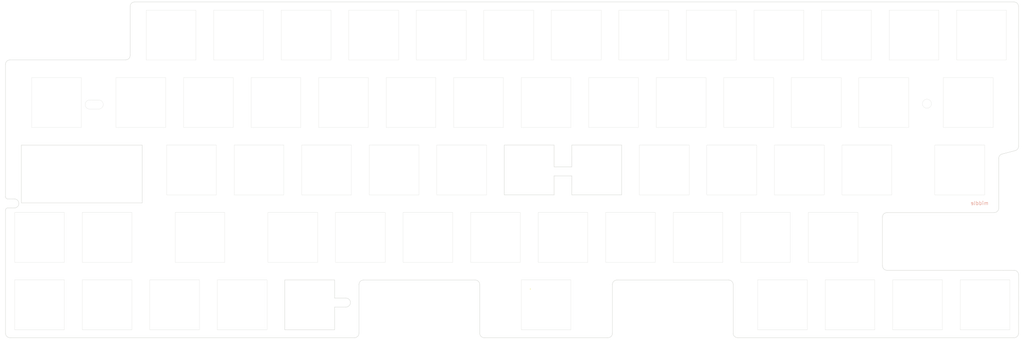
<source format=kicad_pcb>
(kicad_pcb (version 20240108) (generator "pcbnew") (generator_version "8.0")
  (title_block (title "Order66") (date "2023-12-29") (rev "1.0") (company "Toms"))
  (layers (0 "F.Cu" signal) (31 "B.Cu" signal) (34 "B.Paste" user) (35 "F.Paste" user) (36 "B.SilkS" user "B.Silkscreen") (37 "F.SilkS" user "F.Silkscreen") (38 "B.Mask" user) (39 "F.Mask" user) (44 "Edge.Cuts" user))
  (net 0 "")
  (footprint "plate:PKRH" (layer "F.Cu") (at 89.95 124.65)
    (property "Reference" "HOLE" (hide yes))
    (property "Value" "VAL**" (hide yes))
    (fp_line (start -1.27 1.27) (end 1.27 1.27) (stroke (width 0.05)) (layer "Edge.Cuts"))
    (fp_line (start 1.27 -1.27) (end -1.27 -1.27) (stroke (width 0.05)) (layer "Edge.Cuts"))
    (fp_arc (start -1.27 1.27) (mid -2.54 0) (end -1.27 -1.27) (stroke (width 0.05)) (layer "Edge.Cuts"))
    (fp_arc (start 1.27 -1.27) (mid 2.54 0) (end 1.27 1.27) (stroke (width 0.05)) (layer "Edge.Cuts"))
  )
  (footprint "plate:PKRHC" (layer "F.Cu") (at 324.23 124.4262)
    (property "Reference" "HOLE" (hide yes))
    (property "Value" "VAL**" (hide yes))
    (fp_circle (center 0 0) (end 0 -1.27) (stroke (width 0.05)) (fill none) (layer "Edge.Cuts"))
  )
  (footprint "plate:CherryMX_Choc_V2_1u" (layer "B.Cu") (at 339.58 105.0862)
    (property "Reference" "SW1" (hide yes))
    (property "Value" "SW_Push" (hide yes))
    (fp_line (start -7 -7) (end 7 -7) (stroke (width 0.05)) (layer "Edge.Cuts"))
    (fp_line (start -7 7) (end -7 -7) (stroke (width 0.05)) (layer "Edge.Cuts"))
    (fp_line (start 7 -7) (end 7 7) (stroke (width 0.05)) (layer "Edge.Cuts"))
    (fp_line (start 7 7) (end -7 7) (stroke (width 0.05)) (layer "Edge.Cuts"))
  )
  (footprint "plate:CherryMX_Choc_V2_1u" (layer "B.Cu") (at 320.58 105.0862 180)
    (property "Reference" "SW2" (hide yes))
    (property "Value" "SW_Push" (hide yes))
    (fp_line (start 7 7) (end -7 7) (stroke (width 0.05)) (layer "Edge.Cuts"))
    (fp_line (start 7 -7) (end 7 7) (stroke (width 0.05)) (layer "Edge.Cuts"))
    (fp_line (start -7 7) (end -7 -7) (stroke (width 0.05)) (layer "Edge.Cuts"))
    (fp_line (start -7 -7) (end 7 -7) (stroke (width 0.05)) (layer "Edge.Cuts"))
  )
  (footprint "plate:CherryMX_Choc_V2_1u" (layer "B.Cu") (at 301.58 105.0862 180)
    (property "Reference" "SW3" (hide yes))
    (property "Value" "SW_Push" (hide yes))
    (fp_line (start 7 7) (end -7 7) (stroke (width 0.05)) (layer "Edge.Cuts"))
    (fp_line (start 7 -7) (end 7 7) (stroke (width 0.05)) (layer "Edge.Cuts"))
    (fp_line (start -7 7) (end -7 -7) (stroke (width 0.05)) (layer "Edge.Cuts"))
    (fp_line (start -7 -7) (end 7 -7) (stroke (width 0.05)) (layer "Edge.Cuts"))
  )
  (footprint "plate:CherryMX_Choc_V2_1u" (layer "B.Cu") (at 282.58 105.0862 180)
    (property "Reference" "SW4" (hide yes))
    (property "Value" "SW_Push" (hide yes))
    (fp_line (start 7 7) (end -7 7) (stroke (width 0.05)) (layer "Edge.Cuts"))
    (fp_line (start 7 -7) (end 7 7) (stroke (width 0.05)) (layer "Edge.Cuts"))
    (fp_line (start -7 7) (end -7 -7) (stroke (width 0.05)) (layer "Edge.Cuts"))
    (fp_line (start -7 -7) (end 7 -7) (stroke (width 0.05)) (layer "Edge.Cuts"))
  )
  (footprint "plate:CherryMX_Choc_V2_1u" (layer "B.Cu") (at 263.58 105.0932 180)
    (property "Reference" "SW5" (hide yes))
    (property "Value" "SW_Push" (hide yes))
    (fp_line (start 7 7) (end -7 7) (stroke (width 0.05)) (layer "Edge.Cuts"))
    (fp_line (start 7 -7) (end 7 7) (stroke (width 0.05)) (layer "Edge.Cuts"))
    (fp_line (start -7 7) (end -7 -7) (stroke (width 0.05)) (layer "Edge.Cuts"))
    (fp_line (start -7 -7) (end 7 -7) (stroke (width 0.05)) (layer "Edge.Cuts"))
  )
  (footprint "plate:CherryMX_Choc_V2_1u" (layer "B.Cu") (at 244.58 105.0862 180)
    (property "Reference" "SW6" (hide yes))
    (property "Value" "SW_Push" (hide yes))
    (fp_line (start 7 7) (end -7 7) (stroke (width 0.05)) (layer "Edge.Cuts"))
    (fp_line (start 7 -7) (end 7 7) (stroke (width 0.05)) (layer "Edge.Cuts"))
    (fp_line (start -7 7) (end -7 -7) (stroke (width 0.05)) (layer "Edge.Cuts"))
    (fp_line (start -7 -7) (end 7 -7) (stroke (width 0.05)) (layer "Edge.Cuts"))
  )
  (footprint "plate:CherryMX_Choc_V2_1u" (layer "B.Cu") (at 225.58 105.0862 180)
    (property "Reference" "SW7" (hide yes))
    (property "Value" "SW_Push" (hide yes))
    (fp_line (start 7 7) (end -7 7) (stroke (width 0.05)) (layer "Edge.Cuts"))
    (fp_line (start 7 -7) (end 7 7) (stroke (width 0.05)) (layer "Edge.Cuts"))
    (fp_line (start -7 7) (end -7 -7) (stroke (width 0.05)) (layer "Edge.Cuts"))
    (fp_line (start -7 -7) (end 7 -7) (stroke (width 0.05)) (layer "Edge.Cuts"))
  )
  (footprint "plate:CherryMX_Choc_V2_1u" (layer "B.Cu") (at 206.58 105.0862 180)
    (property "Reference" "SW8" (hide yes))
    (property "Value" "SW_Push" (hide yes))
    (fp_line (start 7 7) (end -7 7) (stroke (width 0.05)) (layer "Edge.Cuts"))
    (fp_line (start 7 -7) (end 7 7) (stroke (width 0.05)) (layer "Edge.Cuts"))
    (fp_line (start -7 7) (end -7 -7) (stroke (width 0.05)) (layer "Edge.Cuts"))
    (fp_line (start -7 -7) (end 7 -7) (stroke (width 0.05)) (layer "Edge.Cuts"))
  )
  (footprint "plate:CherryMX_Choc_V2_1u" (layer "B.Cu") (at 187.58 105.0862 180)
    (property "Reference" "SW9" (hide yes))
    (property "Value" "SW_Push" (hide yes))
    (fp_line (start 7 7) (end -7 7) (stroke (width 0.05)) (layer "Edge.Cuts"))
    (fp_line (start 7 -7) (end 7 7) (stroke (width 0.05)) (layer "Edge.Cuts"))
    (fp_line (start -7 7) (end -7 -7) (stroke (width 0.05)) (layer "Edge.Cuts"))
    (fp_line (start -7 -7) (end 7 -7) (stroke (width 0.05)) (layer "Edge.Cuts"))
  )
  (footprint "plate:CherryMX_Choc_V2_1u" (layer "B.Cu") (at 168.58 105.0862 180)
    (property "Reference" "SW10" (hide yes))
    (property "Value" "SW_Push" (hide yes))
    (fp_line (start 7 7) (end -7 7) (stroke (width 0.05)) (layer "Edge.Cuts"))
    (fp_line (start 7 -7) (end 7 7) (stroke (width 0.05)) (layer "Edge.Cuts"))
    (fp_line (start -7 7) (end -7 -7) (stroke (width 0.05)) (layer "Edge.Cuts"))
    (fp_line (start -7 -7) (end 7 -7) (stroke (width 0.05)) (layer "Edge.Cuts"))
  )
  (footprint "plate:CherryMX_Choc_V2_1u" (layer "B.Cu") (at 149.58 105.0862 180)
    (property "Reference" "SW11" (hide yes))
    (property "Value" "SW_Push" (hide yes))
    (fp_line (start 7 7) (end -7 7) (stroke (width 0.05)) (layer "Edge.Cuts"))
    (fp_line (start 7 -7) (end 7 7) (stroke (width 0.05)) (layer "Edge.Cuts"))
    (fp_line (start -7 7) (end -7 -7) (stroke (width 0.05)) (layer "Edge.Cuts"))
    (fp_line (start -7 -7) (end 7 -7) (stroke (width 0.05)) (layer "Edge.Cuts"))
  )
  (footprint "plate:CherryMX_Choc_V2_1u" (layer "B.Cu") (at 130.58 105.0862 180)
    (property "Reference" "SW12" (hide yes))
    (property "Value" "SW_Push" (hide yes))
    (fp_line (start 7 7) (end -7 7) (stroke (width 0.05)) (layer "Edge.Cuts"))
    (fp_line (start 7 -7) (end 7 7) (stroke (width 0.05)) (layer "Edge.Cuts"))
    (fp_line (start -7 7) (end -7 -7) (stroke (width 0.05)) (layer "Edge.Cuts"))
    (fp_line (start -7 -7) (end 7 -7) (stroke (width 0.05)) (layer "Edge.Cuts"))
  )
  (footprint "plate:CherryMX_Choc_V2_1u" (layer "B.Cu") (at 111.58 105.0862 180)
    (property "Reference" "SW13" (hide yes))
    (property "Value" "SW_Push" (hide yes))
    (fp_line (start 7 7) (end -7 7) (stroke (width 0.05)) (layer "Edge.Cuts"))
    (fp_line (start 7 -7) (end 7 7) (stroke (width 0.05)) (layer "Edge.Cuts"))
    (fp_line (start -7 7) (end -7 -7) (stroke (width 0.05)) (layer "Edge.Cuts"))
    (fp_line (start -7 -7) (end 7 -7) (stroke (width 0.05)) (layer "Edge.Cuts"))
  )
  (footprint "plate:CherryMX_Choc_V2_1u" (layer "B.Cu") (at 335.83 124.0862 180)
    (property "Reference" "SW15" (hide yes))
    (property "Value" "SW_Push" (hide yes))
    (fp_line (start 7 7) (end -7 7) (stroke (width 0.05)) (layer "Edge.Cuts"))
    (fp_line (start 7 -7) (end 7 7) (stroke (width 0.05)) (layer "Edge.Cuts"))
    (fp_line (start -7 7) (end -7 -7) (stroke (width 0.05)) (layer "Edge.Cuts"))
    (fp_line (start -7 -7) (end 7 -7) (stroke (width 0.05)) (layer "Edge.Cuts"))
  )
  (footprint "plate:CherryMX_Choc_V2_1u" (layer "B.Cu") (at 312.08 124.0862 180)
    (property "Reference" "SW16" (hide yes))
    (property "Value" "SW_Push" (hide yes))
    (fp_line (start 7 7) (end -7 7) (stroke (width 0.05)) (layer "Edge.Cuts"))
    (fp_line (start 7 -7) (end 7 7) (stroke (width 0.05)) (layer "Edge.Cuts"))
    (fp_line (start -7 7) (end -7 -7) (stroke (width 0.05)) (layer "Edge.Cuts"))
    (fp_line (start -7 -7) (end 7 -7) (stroke (width 0.05)) (layer "Edge.Cuts"))
  )
  (footprint "plate:CherryMX_Choc_V2_1u" (layer "B.Cu") (at 293.08 124.0862 180)
    (property "Reference" "SW17" (hide yes))
    (property "Value" "SW_Push" (hide yes))
    (fp_line (start 7 7) (end -7 7) (stroke (width 0.05)) (layer "Edge.Cuts"))
    (fp_line (start 7 -7) (end 7 7) (stroke (width 0.05)) (layer "Edge.Cuts"))
    (fp_line (start -7 7) (end -7 -7) (stroke (width 0.05)) (layer "Edge.Cuts"))
    (fp_line (start -7 -7) (end 7 -7) (stroke (width 0.05)) (layer "Edge.Cuts"))
  )
  (footprint "plate:CherryMX_Choc_V2_1u" (layer "B.Cu") (at 274.08 124.0862 180)
    (property "Reference" "SW18" (hide yes))
    (property "Value" "SW_Push" (hide yes))
    (fp_line (start 7 7) (end -7 7) (stroke (width 0.05)) (layer "Edge.Cuts"))
    (fp_line (start 7 -7) (end 7 7) (stroke (width 0.05)) (layer "Edge.Cuts"))
    (fp_line (start -7 7) (end -7 -7) (stroke (width 0.05)) (layer "Edge.Cuts"))
    (fp_line (start -7 -7) (end 7 -7) (stroke (width 0.05)) (layer "Edge.Cuts"))
  )
  (footprint "plate:CherryMX_Choc_V2_1u" (layer "B.Cu") (at 255.08 124.0862 180)
    (property "Reference" "SW19" (hide yes))
    (property "Value" "SW_Push" (hide yes))
    (fp_line (start 7 7) (end -7 7) (stroke (width 0.05)) (layer "Edge.Cuts"))
    (fp_line (start 7 -7) (end 7 7) (stroke (width 0.05)) (layer "Edge.Cuts"))
    (fp_line (start -7 7) (end -7 -7) (stroke (width 0.05)) (layer "Edge.Cuts"))
    (fp_line (start -7 -7) (end 7 -7) (stroke (width 0.05)) (layer "Edge.Cuts"))
  )
  (footprint "plate:CherryMX_Choc_V2_1u" (layer "B.Cu") (at 236.08 124.0862 180)
    (property "Reference" "SW20" (hide yes))
    (property "Value" "SW_Push" (hide yes))
    (fp_line (start 7 7) (end -7 7) (stroke (width 0.05)) (layer "Edge.Cuts"))
    (fp_line (start 7 -7) (end 7 7) (stroke (width 0.05)) (layer "Edge.Cuts"))
    (fp_line (start -7 7) (end -7 -7) (stroke (width 0.05)) (layer "Edge.Cuts"))
    (fp_line (start -7 -7) (end 7 -7) (stroke (width 0.05)) (layer "Edge.Cuts"))
  )
  (footprint "plate:CherryMX_Choc_V2_1u" (layer "B.Cu") (at 217.08 124.0862 180)
    (property "Reference" "SW21" (hide yes))
    (property "Value" "SW_Push" (hide yes))
    (fp_line (start 7 7) (end -7 7) (stroke (width 0.05)) (layer "Edge.Cuts"))
    (fp_line (start 7 -7) (end 7 7) (stroke (width 0.05)) (layer "Edge.Cuts"))
    (fp_line (start -7 7) (end -7 -7) (stroke (width 0.05)) (layer "Edge.Cuts"))
    (fp_line (start -7 -7) (end 7 -7) (stroke (width 0.05)) (layer "Edge.Cuts"))
  )
  (footprint "plate:CherryMX_Choc_V2_1u" (layer "B.Cu") (at 198.08 124.0862 180)
    (property "Reference" "SW22" (hide yes))
    (property "Value" "SW_Push" (hide yes))
    (fp_line (start 7 7) (end -7 7) (stroke (width 0.05)) (layer "Edge.Cuts"))
    (fp_line (start 7 -7) (end 7 7) (stroke (width 0.05)) (layer "Edge.Cuts"))
    (fp_line (start -7 7) (end -7 -7) (stroke (width 0.05)) (layer "Edge.Cuts"))
    (fp_line (start -7 -7) (end 7 -7) (stroke (width 0.05)) (layer "Edge.Cuts"))
  )
  (footprint "plate:CherryMX_Choc_V2_1u" (layer "B.Cu") (at 179.08 124.0862 180)
    (property "Reference" "SW23" (hide yes))
    (property "Value" "SW_Push" (hide yes))
    (fp_line (start 7 7) (end -7 7) (stroke (width 0.05)) (layer "Edge.Cuts"))
    (fp_line (start 7 -7) (end 7 7) (stroke (width 0.05)) (layer "Edge.Cuts"))
    (fp_line (start -7 7) (end -7 -7) (stroke (width 0.05)) (layer "Edge.Cuts"))
    (fp_line (start -7 -7) (end 7 -7) (stroke (width 0.05)) (layer "Edge.Cuts"))
  )
  (footprint "plate:CherryMX_Choc_V2_1u" (layer "B.Cu") (at 160.08 124.0862 180)
    (property "Reference" "SW24" (hide yes))
    (property "Value" "SW_Push" (hide yes))
    (fp_line (start 7 7) (end -7 7) (stroke (width 0.05)) (layer "Edge.Cuts"))
    (fp_line (start 7 -7) (end 7 7) (stroke (width 0.05)) (layer "Edge.Cuts"))
    (fp_line (start -7 7) (end -7 -7) (stroke (width 0.05)) (layer "Edge.Cuts"))
    (fp_line (start -7 -7) (end 7 -7) (stroke (width 0.05)) (layer "Edge.Cuts"))
  )
  (footprint "plate:CherryMX_Choc_V2_1u" (layer "B.Cu") (at 141.08 124.0862 180)
    (property "Reference" "SW25" (hide yes))
    (property "Value" "SW_Push" (hide yes))
    (fp_line (start 7 7) (end -7 7) (stroke (width 0.05)) (layer "Edge.Cuts"))
    (fp_line (start 7 -7) (end 7 7) (stroke (width 0.05)) (layer "Edge.Cuts"))
    (fp_line (start -7 7) (end -7 -7) (stroke (width 0.05)) (layer "Edge.Cuts"))
    (fp_line (start -7 -7) (end 7 -7) (stroke (width 0.05)) (layer "Edge.Cuts"))
  )
  (footprint "plate:CherryMX_Choc_V2_1u" (layer "B.Cu") (at 122.08 124.0862 180)
    (property "Reference" "SW26" (hide yes))
    (property "Value" "SW_Push" (hide yes))
    (fp_line (start 7 7) (end -7 7) (stroke (width 0.05)) (layer "Edge.Cuts"))
    (fp_line (start 7 -7) (end 7 7) (stroke (width 0.05)) (layer "Edge.Cuts"))
    (fp_line (start -7 7) (end -7 -7) (stroke (width 0.05)) (layer "Edge.Cuts"))
    (fp_line (start -7 -7) (end 7 -7) (stroke (width 0.05)) (layer "Edge.Cuts"))
  )
  (footprint "plate:CherryMX_Choc_V2_1u" (layer "B.Cu") (at 103.08 124.0862 180)
    (property "Reference" "SW27" (hide yes))
    (property "Value" "SW_Push" (hide yes))
    (fp_line (start 7 7) (end -7 7) (stroke (width 0.05)) (layer "Edge.Cuts"))
    (fp_line (start 7 -7) (end 7 7) (stroke (width 0.05)) (layer "Edge.Cuts"))
    (fp_line (start -7 7) (end -7 -7) (stroke (width 0.05)) (layer "Edge.Cuts"))
    (fp_line (start -7 -7) (end 7 -7) (stroke (width 0.05)) (layer "Edge.Cuts"))
  )
  (footprint "plate:CherryMX_Choc_V2_1u" (layer "B.Cu") (at 79.33 124.0862 180)
    (property "Reference" "SW28" (hide yes))
    (property "Value" "SW_Push" (hide yes))
    (fp_line (start 7 7) (end -7 7) (stroke (width 0.05)) (layer "Edge.Cuts"))
    (fp_line (start 7 -7) (end 7 7) (stroke (width 0.05)) (layer "Edge.Cuts"))
    (fp_line (start -7 7) (end -7 -7) (stroke (width 0.05)) (layer "Edge.Cuts"))
    (fp_line (start -7 -7) (end 7 -7) (stroke (width 0.05)) (layer "Edge.Cuts"))
  )
  (footprint "plate:CherryMX_Choc_V2_1u" (layer "B.Cu") (at 333.455 143.0862 180)
    (property "Reference" "SW29" (hide yes))
    (property "Value" "SW_Push" (hide yes))
    (fp_line (start 7 7) (end -7 7) (stroke (width 0.05)) (layer "Edge.Cuts"))
    (fp_line (start 7 -7) (end 7 7) (stroke (width 0.05)) (layer "Edge.Cuts"))
    (fp_line (start -7 7) (end -7 -7) (stroke (width 0.05)) (layer "Edge.Cuts"))
    (fp_line (start -7 -7) (end 7 -7) (stroke (width 0.05)) (layer "Edge.Cuts"))
  )
  (footprint "plate:CherryMX_Choc_V2_1u" (layer "B.Cu") (at 307.33 143.0862 180)
    (property "Reference" "SW30" (hide yes))
    (property "Value" "SW_Push" (hide yes))
    (fp_line (start 7 7) (end -7 7) (stroke (width 0.05)) (layer "Edge.Cuts"))
    (fp_line (start 7 -7) (end 7 7) (stroke (width 0.05)) (layer "Edge.Cuts"))
    (fp_line (start -7 7) (end -7 -7) (stroke (width 0.05)) (layer "Edge.Cuts"))
    (fp_line (start -7 -7) (end 7 -7) (stroke (width 0.05)) (layer "Edge.Cuts"))
  )
  (footprint "plate:CherryMX_Choc_V2_1u" (layer "B.Cu") (at 288.33 143.0862 180)
    (property "Reference" "SW31" (hide yes))
    (property "Value" "SW_Push" (hide yes))
    (fp_line (start 7 7) (end -7 7) (stroke (width 0.05)) (layer "Edge.Cuts"))
    (fp_line (start 7 -7) (end 7 7) (stroke (width 0.05)) (layer "Edge.Cuts"))
    (fp_line (start -7 7) (end -7 -7) (stroke (width 0.05)) (layer "Edge.Cuts"))
    (fp_line (start -7 -7) (end 7 -7) (stroke (width 0.05)) (layer "Edge.Cuts"))
  )
  (footprint "plate:CherryMX_Choc_V2_1u" (layer "B.Cu") (at 269.33 143.0862 180)
    (property "Reference" "SW32" (hide yes))
    (property "Value" "SW_Push" (hide yes))
    (fp_line (start 7 7) (end -7 7) (stroke (width 0.05)) (layer "Edge.Cuts"))
    (fp_line (start 7 -7) (end 7 7) (stroke (width 0.05)) (layer "Edge.Cuts"))
    (fp_line (start -7 7) (end -7 -7) (stroke (width 0.05)) (layer "Edge.Cuts"))
    (fp_line (start -7 -7) (end 7 -7) (stroke (width 0.05)) (layer "Edge.Cuts"))
  )
  (footprint "plate:CherryMX_Choc_V2_1u" (layer "B.Cu") (at 250.33 143.0862 180)
    (property "Reference" "SW33" (hide yes))
    (property "Value" "SW_Push" (hide yes))
    (fp_line (start 7 7) (end -7 7) (stroke (width 0.05)) (layer "Edge.Cuts"))
    (fp_line (start 7 -7) (end 7 7) (stroke (width 0.05)) (layer "Edge.Cuts"))
    (fp_line (start -7 7) (end -7 -7) (stroke (width 0.05)) (layer "Edge.Cuts"))
    (fp_line (start -7 -7) (end 7 -7) (stroke (width 0.05)) (layer "Edge.Cuts"))
  )
  (footprint "plate:CherryMX_Choc_V2_1u" (layer "B.Cu") (at 193.33 143.0862 180)
    (property "Reference" "SW36" (hide yes))
    (property "Value" "SW_Push" (hide yes))
    (fp_line (start 7 7) (end -7 7) (stroke (width 0.05)) (layer "Edge.Cuts"))
    (fp_line (start 7 -7) (end 7 7) (stroke (width 0.05)) (layer "Edge.Cuts"))
    (fp_line (start -7 7) (end -7 -7) (stroke (width 0.05)) (layer "Edge.Cuts"))
    (fp_line (start -7 -7) (end 7 -7) (stroke (width 0.05)) (layer "Edge.Cuts"))
  )
  (footprint "plate:CherryMX_Choc_V2_1u" (layer "B.Cu") (at 174.33 143.0862 180)
    (property "Reference" "SW37" (hide yes))
    (property "Value" "SW_Push" (hide yes))
    (fp_line (start 7 7) (end -7 7) (stroke (width 0.05)) (layer "Edge.Cuts"))
    (fp_line (start 7 -7) (end 7 7) (stroke (width 0.05)) (layer "Edge.Cuts"))
    (fp_line (start -7 7) (end -7 -7) (stroke (width 0.05)) (layer "Edge.Cuts"))
    (fp_line (start -7 -7) (end 7 -7) (stroke (width 0.05)) (layer "Edge.Cuts"))
  )
  (footprint "plate:CherryMX_Choc_V2_1u" (layer "B.Cu") (at 155.33 143.0862 180)
    (property "Reference" "SW38" (hide yes))
    (property "Value" "SW_Push" (hide yes))
    (fp_line (start 7 7) (end -7 7) (stroke (width 0.05)) (layer "Edge.Cuts"))
    (fp_line (start 7 -7) (end 7 7) (stroke (width 0.05)) (layer "Edge.Cuts"))
    (fp_line (start -7 7) (end -7 -7) (stroke (width 0.05)) (layer "Edge.Cuts"))
    (fp_line (start -7 -7) (end 7 -7) (stroke (width 0.05)) (layer "Edge.Cuts"))
  )
  (footprint "plate:CherryMX_Choc_V2_1u" (layer "B.Cu") (at 136.33 143.0862 180)
    (property "Reference" "SW39" (hide yes))
    (property "Value" "SW_Push" (hide yes))
    (fp_line (start 7 7) (end -7 7) (stroke (width 0.05)) (layer "Edge.Cuts"))
    (fp_line (start 7 -7) (end 7 7) (stroke (width 0.05)) (layer "Edge.Cuts"))
    (fp_line (start -7 7) (end -7 -7) (stroke (width 0.05)) (layer "Edge.Cuts"))
    (fp_line (start -7 -7) (end 7 -7) (stroke (width 0.05)) (layer "Edge.Cuts"))
  )
  (footprint "plate:CherryMX_Choc_V2_1u" (layer "B.Cu") (at 117.33 143.0862 180)
    (property "Reference" "SW40" (hide yes))
    (property "Value" "SW_Push" (hide yes))
    (fp_line (start 7 7) (end -7 7) (stroke (width 0.05)) (layer "Edge.Cuts"))
    (fp_line (start 7 -7) (end 7 7) (stroke (width 0.05)) (layer "Edge.Cuts"))
    (fp_line (start -7 7) (end -7 -7) (stroke (width 0.05)) (layer "Edge.Cuts"))
    (fp_line (start -7 -7) (end 7 -7) (stroke (width 0.05)) (layer "Edge.Cuts"))
  )
  (footprint "plate:CherryMX_Choc_V2_1u" (layer "B.Cu") (at 297.83 162.0862 180)
    (property "Reference" "SW43" (hide yes))
    (property "Value" "SW_Push" (hide yes))
    (fp_line (start 7 7) (end -7 7) (stroke (width 0.05)) (layer "Edge.Cuts"))
    (fp_line (start 7 -7) (end 7 7) (stroke (width 0.05)) (layer "Edge.Cuts"))
    (fp_line (start -7 7) (end -7 -7) (stroke (width 0.05)) (layer "Edge.Cuts"))
    (fp_line (start -7 -7) (end 7 -7) (stroke (width 0.05)) (layer "Edge.Cuts"))
  )
  (footprint "plate:CherryMX_Choc_V2_1u" (layer "B.Cu") (at 278.83 162.0862 180)
    (property "Reference" "SW44" (hide yes))
    (property "Value" "SW_Push" (hide yes))
    (fp_line (start 7 7) (end -7 7) (stroke (width 0.05)) (layer "Edge.Cuts"))
    (fp_line (start 7 -7) (end 7 7) (stroke (width 0.05)) (layer "Edge.Cuts"))
    (fp_line (start -7 7) (end -7 -7) (stroke (width 0.05)) (layer "Edge.Cuts"))
    (fp_line (start -7 -7) (end 7 -7) (stroke (width 0.05)) (layer "Edge.Cuts"))
  )
  (footprint "plate:CherryMX_Choc_V2_1u" (layer "B.Cu") (at 259.83 162.0862 180)
    (property "Reference" "SW45" (hide yes))
    (property "Value" "SW_Push" (hide yes))
    (fp_line (start 7 7) (end -7 7) (stroke (width 0.05)) (layer "Edge.Cuts"))
    (fp_line (start 7 -7) (end 7 7) (stroke (width 0.05)) (layer "Edge.Cuts"))
    (fp_line (start -7 7) (end -7 -7) (stroke (width 0.05)) (layer "Edge.Cuts"))
    (fp_line (start -7 -7) (end 7 -7) (stroke (width 0.05)) (layer "Edge.Cuts"))
  )
  (footprint "plate:CherryMX_Choc_V2_1u" (layer "B.Cu") (at 221.83 162.0862 180)
    (property "Reference" "SW47" (hide yes))
    (property "Value" "SW_Push" (hide yes))
    (fp_line (start 7 7) (end -7 7) (stroke (width 0.05)) (layer "Edge.Cuts"))
    (fp_line (start 7 -7) (end 7 7) (stroke (width 0.05)) (layer "Edge.Cuts"))
    (fp_line (start -7 7) (end -7 -7) (stroke (width 0.05)) (layer "Edge.Cuts"))
    (fp_line (start -7 -7) (end 7 -7) (stroke (width 0.05)) (layer "Edge.Cuts"))
  )
  (footprint "plate:CherryMX_Choc_V2_1u" (layer "B.Cu") (at 202.83 162.0862 180)
    (property "Reference" "SW48" (hide yes))
    (property "Value" "SW_Push" (hide yes))
    (fp_line (start 7 7) (end -7 7) (stroke (width 0.05)) (layer "Edge.Cuts"))
    (fp_line (start 7 -7) (end 7 7) (stroke (width 0.05)) (layer "Edge.Cuts"))
    (fp_line (start -7 7) (end -7 -7) (stroke (width 0.05)) (layer "Edge.Cuts"))
    (fp_line (start -7 -7) (end 7 -7) (stroke (width 0.05)) (layer "Edge.Cuts"))
  )
  (footprint "plate:CherryMX_Choc_V2_1u" (layer "B.Cu") (at 183.83 162.0862 180)
    (property "Reference" "SW49" (hide yes))
    (property "Value" "SW_Push" (hide yes))
    (fp_line (start 7 7) (end -7 7) (stroke (width 0.05)) (layer "Edge.Cuts"))
    (fp_line (start 7 -7) (end 7 7) (stroke (width 0.05)) (layer "Edge.Cuts"))
    (fp_line (start -7 7) (end -7 -7) (stroke (width 0.05)) (layer "Edge.Cuts"))
    (fp_line (start -7 -7) (end 7 -7) (stroke (width 0.05)) (layer "Edge.Cuts"))
  )
  (footprint "plate:CherryMX_Choc_V2_1u" (layer "B.Cu") (at 164.83 162.0862 180)
    (property "Reference" "SW50" (hide yes))
    (property "Value" "SW_Push" (hide yes))
    (fp_line (start 7 7) (end -7 7) (stroke (width 0.05)) (layer "Edge.Cuts"))
    (fp_line (start 7 -7) (end 7 7) (stroke (width 0.05)) (layer "Edge.Cuts"))
    (fp_line (start -7 7) (end -7 -7) (stroke (width 0.05)) (layer "Edge.Cuts"))
    (fp_line (start -7 -7) (end 7 -7) (stroke (width 0.05)) (layer "Edge.Cuts"))
  )
  (footprint "plate:CherryMX_Choc_V2_1u" (layer "B.Cu") (at 145.83 162.0862 180)
    (property "Reference" "SW51" (hide yes))
    (property "Value" "SW_Push" (hide yes))
    (fp_line (start 7 7) (end -7 7) (stroke (width 0.05)) (layer "Edge.Cuts"))
    (fp_line (start 7 -7) (end 7 7) (stroke (width 0.05)) (layer "Edge.Cuts"))
    (fp_line (start -7 7) (end -7 -7) (stroke (width 0.05)) (layer "Edge.Cuts"))
    (fp_line (start -7 -7) (end 7 -7) (stroke (width 0.05)) (layer "Edge.Cuts"))
  )
  (footprint "plate:CherryMX_Choc_V2_1u" (layer "B.Cu") (at 119.705 162.0862 180)
    (property "Reference" "SW52" (hide yes))
    (property "Value" "SW_Push" (hide yes))
    (fp_line (start 7 7) (end -7 7) (stroke (width 0.05)) (layer "Edge.Cuts"))
    (fp_line (start 7 -7) (end 7 7) (stroke (width 0.05)) (layer "Edge.Cuts"))
    (fp_line (start -7 7) (end -7 -7) (stroke (width 0.05)) (layer "Edge.Cuts"))
    (fp_line (start -7 -7) (end 7 -7) (stroke (width 0.05)) (layer "Edge.Cuts"))
  )
  (footprint "plate:CherryMX_Choc_V2_1u" (layer "B.Cu") (at 93.58 162.0862 180)
    (property "Reference" "SW53" (hide yes))
    (property "Value" "SW_Push" (hide yes))
    (fp_line (start 7 7) (end -7 7) (stroke (width 0.05)) (layer "Edge.Cuts"))
    (fp_line (start 7 -7) (end 7 7) (stroke (width 0.05)) (layer "Edge.Cuts"))
    (fp_line (start -7 7) (end -7 -7) (stroke (width 0.05)) (layer "Edge.Cuts"))
    (fp_line (start -7 -7) (end 7 -7) (stroke (width 0.05)) (layer "Edge.Cuts"))
  )
  (footprint "plate:CherryMX_Choc_V2_1u" (layer "B.Cu") (at 74.58 162.0862 180)
    (property "Reference" "SW54" (hide yes))
    (property "Value" "SW_Push" (hide yes))
    (fp_line (start 7 7) (end -7 7) (stroke (width 0.05)) (layer "Edge.Cuts"))
    (fp_line (start 7 -7) (end 7 7) (stroke (width 0.05)) (layer "Edge.Cuts"))
    (fp_line (start -7 7) (end -7 -7) (stroke (width 0.05)) (layer "Edge.Cuts"))
    (fp_line (start -7 -7) (end 7 -7) (stroke (width 0.05)) (layer "Edge.Cuts"))
  )
  (footprint "plate:CherryMX_Choc_V2_1u" (layer "B.Cu") (at 340.58 181.0862 180)
    (property "Reference" "SW55" (hide yes))
    (property "Value" "SW_Push" (hide yes))
    (fp_line (start 7 7) (end -7 7) (stroke (width 0.05)) (layer "Edge.Cuts"))
    (fp_line (start 7 -7) (end 7 7) (stroke (width 0.05)) (layer "Edge.Cuts"))
    (fp_line (start -7 7) (end -7 -7) (stroke (width 0.05)) (layer "Edge.Cuts"))
    (fp_line (start -7 -7) (end 7 -7) (stroke (width 0.05)) (layer "Edge.Cuts"))
  )
  (footprint "plate:CherryMX_Choc_V2_1u" (layer "B.Cu") (at 321.58 181.0862 180)
    (property "Reference" "SW56" (hide yes))
    (property "Value" "SW_Push" (hide yes))
    (fp_line (start 7 7) (end -7 7) (stroke (width 0.05)) (layer "Edge.Cuts"))
    (fp_line (start 7 -7) (end 7 7) (stroke (width 0.05)) (layer "Edge.Cuts"))
    (fp_line (start -7 7) (end -7 -7) (stroke (width 0.05)) (layer "Edge.Cuts"))
    (fp_line (start -7 -7) (end 7 -7) (stroke (width 0.05)) (layer "Edge.Cuts"))
  )
  (footprint "plate:CherryMX_Choc_V2_1u" (layer "B.Cu") (at 302.58 181.0862 180)
    (property "Reference" "SW57" (hide yes))
    (property "Value" "SW_Push" (hide yes))
    (fp_line (start 7 7) (end -7 7) (stroke (width 0.05)) (layer "Edge.Cuts"))
    (fp_line (start 7 -7) (end 7 7) (stroke (width 0.05)) (layer "Edge.Cuts"))
    (fp_line (start -7 7) (end -7 -7) (stroke (width 0.05)) (layer "Edge.Cuts"))
    (fp_line (start -7 -7) (end 7 -7) (stroke (width 0.05)) (layer "Edge.Cuts"))
  )
  (footprint "plate:CherryMX_Choc_V2_1u" (layer "B.Cu") (at 283.58 181.0862 180)
    (property "Reference" "SW58" (hide yes))
    (property "Value" "SW_Push" (hide yes))
    (fp_line (start 7 7) (end -7 7) (stroke (width 0.05)) (layer "Edge.Cuts"))
    (fp_line (start 7 -7) (end 7 7) (stroke (width 0.05)) (layer "Edge.Cuts"))
    (fp_line (start -7 7) (end -7 -7) (stroke (width 0.05)) (layer "Edge.Cuts"))
    (fp_line (start -7 -7) (end 7 -7) (stroke (width 0.05)) (layer "Edge.Cuts"))
  )
  (footprint "plate:CherryMX_Choc_V2_1u" (layer "B.Cu") (at 217.08 181.0862 180)
    (property "Reference" "SW60" (hide yes))
    (property "Value" "SW_Push" (hide yes))
    (fp_line (start 7 7) (end -7 7) (stroke (width 0.05)) (layer "Edge.Cuts"))
    (fp_line (start 7 -7) (end 7 7) (stroke (width 0.05)) (layer "Edge.Cuts"))
    (fp_line (start -7 7) (end -7 -7) (stroke (width 0.05)) (layer "Edge.Cuts"))
    (fp_line (start -7 -7) (end 7 -7) (stroke (width 0.05)) (layer "Edge.Cuts"))
  )
  (footprint "plate:CherryMX_Choc_V2_1u" (layer "B.Cu") (at 131.58 181.0862 180)
    (property "Reference" "SW63" (hide yes))
    (property "Value" "SW_Push" (hide yes))
    (fp_line (start 7 7) (end -7 7) (stroke (width 0.05)) (layer "Edge.Cuts"))
    (fp_line (start 7 -7) (end 7 7) (stroke (width 0.05)) (layer "Edge.Cuts"))
    (fp_line (start -7 7) (end -7 -7) (stroke (width 0.05)) (layer "Edge.Cuts"))
    (fp_line (start -7 -7) (end 7 -7) (stroke (width 0.05)) (layer "Edge.Cuts"))
  )
  (footprint "plate:CherryMX_Choc_V2_1u" (layer "B.Cu") (at 112.58 181.0862 180)
    (property "Reference" "SW64" (hide yes))
    (property "Value" "SW_Push" (hide yes))
    (fp_line (start 7 7) (end -7 7) (stroke (width 0.05)) (layer "Edge.Cuts"))
    (fp_line (start 7 -7) (end 7 7) (stroke (width 0.05)) (layer "Edge.Cuts"))
    (fp_line (start -7 7) (end -7 -7) (stroke (width 0.05)) (layer "Edge.Cuts"))
    (fp_line (start -7 -7) (end 7 -7) (stroke (width 0.05)) (layer "Edge.Cuts"))
  )
  (footprint "plate:CherryMX_Choc_V2_1u" (layer "B.Cu") (at 93.58 181.0862 180)
    (property "Reference" "SW65" (hide yes))
    (property "Value" "SW_Push" (hide yes))
    (fp_line (start 7 7) (end -7 7) (stroke (width 0.05)) (layer "Edge.Cuts"))
    (fp_line (start 7 -7) (end 7 7) (stroke (width 0.05)) (layer "Edge.Cuts"))
    (fp_line (start -7 7) (end -7 -7) (stroke (width 0.05)) (layer "Edge.Cuts"))
    (fp_line (start -7 -7) (end 7 -7) (stroke (width 0.05)) (layer "Edge.Cuts"))
  )
  (footprint "plate:CherryMX_Choc_V2_1u" (layer "B.Cu") (at 74.58 181.0862 180)
    (property "Reference" "SW66" (hide yes))
    (property "Value" "SW_Push" (hide yes))
    (fp_line (start 7 7) (end -7 7) (stroke (width 0.05)) (layer "Edge.Cuts"))
    (fp_line (start 7 -7) (end 7 7) (stroke (width 0.05)) (layer "Edge.Cuts"))
    (fp_line (start -7 7) (end -7 -7) (stroke (width 0.05)) (layer "Edge.Cuts"))
    (fp_line (start -7 -7) (end 7 -7) (stroke (width 0.05)) (layer "Edge.Cuts"))
  )
  (footprint "plate:CherryMX_Choc_V2_1u" (layer "B.Cu") (at 240.83 162.0862 180)
    (property "Reference" "SW46" (hide yes))
    (property "Value" "SW_Push" (hide yes))
    (fp_line (start 7 7) (end -7 7) (stroke (width 0.05)) (layer "Edge.Cuts"))
    (fp_line (start 7 -7) (end 7 7) (stroke (width 0.05)) (layer "Edge.Cuts"))
    (fp_line (start -7 7) (end -7 -7) (stroke (width 0.05)) (layer "Edge.Cuts"))
    (fp_line (start -7 -7) (end 7 -7) (stroke (width 0.05)) (layer "Edge.Cuts"))
  )
  (gr_line (start 65 154.424999) (end 65 189.08) (stroke (width 0.1)) (layer "Edge.Cuts"))
  (gr_line (start 350.012 172.62) (end 349.999812 189.079812) (stroke (width 0.1)) (layer "Edge.Cuts"))
  (gr_line (start 348.742 171.35) (end 348.742 171.35) (stroke (width 0.1)) (layer "Edge.Cuts"))
  (gr_line (start 157.58 188.0862) (end 157.5816 181.72) (stroke (width 0.1)) (layer "Edge.Cuts"))
  (gr_line (start 219.33 150.0862) (end 219.329 144.7462) (stroke (width 0.1)) (layer "Edge.Cuts"))
  (gr_line (start 163.175 190.35) (end 66.27 190.35) (stroke (width 0.1)) (layer "Edge.Cuts"))
  (gr_line (start 164.445 175.3712) (end 164.445 189.08) (stroke (width 0.1)) (layer "Edge.Cuts"))
  (gr_line (start 205.33 136.0862) (end 205.33 150.0862) (stroke (width 0.1)) (layer "Edge.Cuts"))
  (gr_arc (start 349.999812 189.079812) (mid 349.627905 189.977963) (end 348.729812 190.35) (stroke (width 0.1)) (layer "Edge.Cuts"))
  (gr_line (start 103.44 136.1012) (end 103.44 152.35) (stroke (width 0.1)) (layer "Edge.Cuts"))
  (gr_arc (start 160.77 179.18) (mid 162.04 180.45) (end 160.77 181.72) (stroke (width 0.1)) (layer "Edge.Cuts"))
  (gr_arc (start 312.99 171.35) (mid 312.091974 170.978026) (end 311.72 170.08) (stroke (width 0.1)) (layer "Edge.Cuts"))
  (gr_line (start 67.489201 151.25) (end 65.635 151.249999) (stroke (width 0.1)) (layer "Edge.Cuts"))
  (gr_line (start 219.329 142.2062) (end 219.33 136.0862) (stroke (width 0.1)) (layer "Edge.Cuts"))
  (gr_line (start 238.3318 136.0862) (end 238.3318 150.0862) (stroke (width 0.1)) (layer "Edge.Cuts"))
  (gr_line (start 198.415 175.3712) (end 198.415 189.08) (stroke (width 0.1)) (layer "Edge.Cuts"))
  (gr_arc (start 65.635 151.249999) (mid 65.185988 151.064012) (end 65 150.614999) (stroke (width 0.1)) (layer "Edge.Cuts"))
  (gr_line (start 143.58 174.0862) (end 143.58 188.0862) (stroke (width 0.1)) (layer "Edge.Cuts"))
  (gr_line (start 235.745 175.3712) (end 235.745 189.08) (stroke (width 0.1)) (layer "Edge.Cuts"))
  (gr_arc (start 66.27 190.35) (mid 65.371974 189.978026) (end 65 189.08) (stroke (width 0.1)) (layer "Edge.Cuts"))
  (gr_line (start 143.58 188.0862) (end 157.58 188.0862) (stroke (width 0.1)) (layer "Edge.Cuts"))
  (gr_line (start 224.3328 142.2062) (end 219.329 142.2062) (stroke (width 0.1)) (layer "Edge.Cuts"))
  (gr_line (start 268.445 174.1012) (end 237.015 174.1012) (stroke (width 0.1)) (layer "Edge.Cuts"))
  (gr_line (start 66.27 112.0712) (end 98.795 112.0712) (stroke (width 0.1)) (layer "Edge.Cuts"))
  (gr_arc (start 235.745 175.3712) (mid 236.116974 174.473174) (end 237.015 174.1012) (stroke (width 0.1)) (layer "Edge.Cuts"))
  (gr_line (start 197.145 174.1012) (end 165.715 174.1012) (stroke (width 0.1)) (layer "Edge.Cuts"))
  (gr_arc (start 65 113.3412) (mid 65.371974 112.443174) (end 66.27 112.0712) (stroke (width 0.1)) (layer "Edge.Cuts"))
  (gr_line (start 205.33 150.0862) (end 219.33 150.0862) (stroke (width 0.1)) (layer "Edge.Cuts"))
  (gr_arc (start 348.729876 95.75) (mid 349.627961 96.12201) (end 349.999876 97.020124) (stroke (width 0.1)) (layer "Edge.Cuts"))
  (gr_arc (start 350.012 136.401898) (mid 349.760912 137.16) (end 349.106932 137.618337) (stroke (width 0.1)) (layer "Edge.Cuts"))
  (gr_arc (start 235.745 189.08) (mid 235.373026 189.978026) (end 234.475 190.35) (stroke (width 0.1)) (layer "Edge.Cuts"))
  (gr_line (start 67.4892 153.789998) (end 65.635 153.789999) (stroke (width 0.1)) (layer "Edge.Cuts"))
  (gr_line (start 224.3328 142.2062) (end 224.3318 136.0862) (stroke (width 0.1)) (layer "Edge.Cuts"))
  (gr_line (start 270.985 190.35) (end 348.729812 190.35) (stroke (width 0.1)) (layer "Edge.Cuts"))
  (gr_arc (start 268.445 174.1012) (mid 269.343026 174.473174) (end 269.715 175.3712) (stroke (width 0.1)) (layer "Edge.Cuts"))
  (gr_line (start 157.5816 179.18) (end 157.58 174.0862) (stroke (width 0.1)) (layer "Edge.Cuts"))
  (gr_line (start 238.3318 150.0862) (end 224.3318 150.0862) (stroke (width 0.1)) (layer "Edge.Cuts"))
  (gr_arc (start 344.426912 139.823102) (mid 344.678 139.065) (end 345.33198 138.606663) (stroke (width 0.1)) (layer "Edge.Cuts"))
  (gr_line (start 224.3328 144.7462) (end 219.329 144.7462) (stroke (width 0.1)) (layer "Edge.Cuts"))
  (gr_line (start 157.58 174.0862) (end 143.58 174.0862) (stroke (width 0.1)) (layer "Edge.Cuts"))
  (gr_line (start 224.3318 150.0862) (end 224.3328 144.7462) (stroke (width 0.1)) (layer "Edge.Cuts"))
  (gr_line (start 343.154 155.1012) (end 312.99 155.1012) (stroke (width 0.1)) (layer "Edge.Cuts"))
  (gr_line (start 103.44 152.35) (end 69.47 152.35) (stroke (width 0.1)) (layer "Edge.Cuts"))
  (gr_line (start 349.999876 97.020124) (end 350.012 136.401898) (stroke (width 0.1)) (layer "Edge.Cuts"))
  (gr_line (start 311.72 156.3712) (end 311.72 170.08) (stroke (width 0.1)) (layer "Edge.Cuts"))
  (gr_arc (start 67.489201 151.25) (mid 68.7592 152.52) (end 67.4892 153.789998) (stroke (width 0.1)) (layer "Edge.Cuts"))
  (gr_line (start 100.065 110.8012) (end 100.065 97.02) (stroke (width 0.1)) (layer "Edge.Cuts"))
  (gr_arc (start 270.985 190.35) (mid 270.086974 189.978026) (end 269.715 189.08) (stroke (width 0.1)) (layer "Edge.Cuts"))
  (gr_line (start 345.69 171.35) (end 348.742 171.35) (stroke (width 0.1)) (layer "Edge.Cuts"))
  (gr_arc (start 100.065 110.8012) (mid 99.693026 111.699226) (end 98.795 112.0712) (stroke (width 0.1)) (layer "Edge.Cuts"))
  (gr_line (start 69.47 136.1012) (end 69.47 152.35) (stroke (width 0.1)) (layer "Edge.Cuts"))
  (gr_line (start 345.33198 138.606663) (end 349.106932 137.618337) (stroke (width 0.1)) (layer "Edge.Cuts"))
  (gr_line (start 157.5816 179.18) (end 160.77 179.18) (stroke (width 0.1)) (layer "Edge.Cuts"))
  (gr_arc (start 197.145 174.1012) (mid 198.043026 174.473174) (end 198.415 175.3712) (stroke (width 0.1)) (layer "Edge.Cuts"))
  (gr_line (start 157.5816 181.72) (end 160.77 181.72) (stroke (width 0.1)) (layer "Edge.Cuts"))
  (gr_line (start 348.729876 95.75) (end 101.335 95.75) (stroke (width 0.1)) (layer "Edge.Cuts"))
  (gr_arc (start 199.685 190.35) (mid 198.786974 189.978026) (end 198.415 189.08) (stroke (width 0.1)) (layer "Edge.Cuts"))
  (gr_line (start 219.33 136.0862) (end 205.33 136.0862) (stroke (width 0.1)) (layer "Edge.Cuts"))
  (gr_arc (start 348.742 171.35) (mid 349.640026 171.721974) (end 350.012 172.62) (stroke (width 0.1)) (layer "Edge.Cuts"))
  (gr_line (start 224.3318 136.0862) (end 238.3318 136.0862) (stroke (width 0.1)) (layer "Edge.Cuts"))
  (gr_line (start 103.44 136.1012) (end 69.47 136.1012) (stroke (width 0.1)) (layer "Edge.Cuts"))
  (gr_arc (start 164.445 189.08) (mid 164.073026 189.978026) (end 163.175 190.35) (stroke (width 0.1)) (layer "Edge.Cuts"))
  (gr_arc (start 100.065 97.02) (mid 100.436974 96.121974) (end 101.335 95.75) (stroke (width 0.1)) (layer "Edge.Cuts"))
  (gr_line (start 199.685 190.35) (end 234.475 190.35) (stroke (width 0.1)) (layer "Edge.Cuts"))
  (gr_line (start 345.69 171.35) (end 312.99 171.35) (stroke (width 0.1)) (layer "Edge.Cuts"))
  (gr_line (start 269.715 175.3712) (end 269.715 189.08) (stroke (width 0.1)) (layer "Edge.Cuts"))
  (gr_line (start 344.424 153.8312) (end 344.426912 139.823102) (stroke (width 0.1)) (layer "Edge.Cuts"))
  (gr_arc (start 344.424 153.8312) (mid 344.052026 154.729226) (end 343.154 155.1012) (stroke (width 0.1)) (layer "Edge.Cuts"))
  (gr_arc (start 65 154.424999) (mid 65.185988 153.975987) (end 65.635 153.789999) (stroke (width 0.1)) (layer "Edge.Cuts"))
  (gr_line (start 65 113.3412) (end 65 150.614999) (stroke (width 0.1)) (layer "Edge.Cuts"))
  (gr_arc (start 311.72 156.3712) (mid 312.091974 155.473174) (end 312.99 155.1012) (stroke (width 0.1)) (layer "Edge.Cuts"))
  (gr_arc (start 164.445 175.3712) (mid 164.816974 174.473174) (end 165.715 174.1012) (stroke (width 0.1)) (layer "Edge.Cuts"))
  (gr_text "middle" (at 341.63 153.035 0) (layer "B.SilkS") (effects (font (size 1 1)) (justify left bottom mirror)))
  (gr_text "." (at 212.644 176.2132 0) (layer "F.SilkS") (effects (font (size 1 1))))
)
</source>
